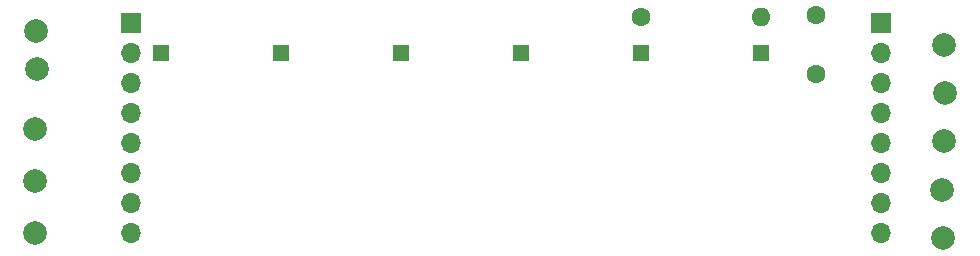
<source format=gbs>
G04 #@! TF.GenerationSoftware,KiCad,Pcbnew,6.0.9-8da3e8f707~116~ubuntu20.04.1*
G04 #@! TF.CreationDate,2022-11-07T18:31:14+00:00*
G04 #@! TF.ProjectId,slrm,736c726d-2e6b-4696-9361-645f70636258,rev?*
G04 #@! TF.SameCoordinates,Original*
G04 #@! TF.FileFunction,Soldermask,Bot*
G04 #@! TF.FilePolarity,Negative*
%FSLAX46Y46*%
G04 Gerber Fmt 4.6, Leading zero omitted, Abs format (unit mm)*
G04 Created by KiCad (PCBNEW 6.0.9-8da3e8f707~116~ubuntu20.04.1) date 2022-11-07 18:31:14*
%MOMM*%
%LPD*%
G01*
G04 APERTURE LIST*
%ADD10C,2.000000*%
%ADD11R,1.350000X1.350000*%
%ADD12C,1.600000*%
%ADD13R,1.700000X1.700000*%
%ADD14O,1.700000X1.700000*%
%ADD15O,1.600000X1.600000*%
G04 APERTURE END LIST*
D10*
X188282400Y-88177000D03*
X188307800Y-92291800D03*
X188257000Y-96355800D03*
X188130000Y-104560000D03*
X188079200Y-100470600D03*
X111419400Y-90278400D03*
X111401600Y-87041200D03*
X111300000Y-95296200D03*
X111300000Y-99766600D03*
X111300000Y-104110000D03*
D11*
X121920000Y-88900000D03*
X162560000Y-88900000D03*
D12*
X177400000Y-85690000D03*
X177400000Y-90690000D03*
D11*
X142240000Y-88900000D03*
D13*
X119380000Y-86360000D03*
D14*
X119380000Y-88900000D03*
X119380000Y-91440000D03*
X119380000Y-93980000D03*
X119380000Y-96520000D03*
X119380000Y-99060000D03*
X119380000Y-101600000D03*
X119380000Y-104140000D03*
D12*
X162585400Y-85826600D03*
D15*
X172745400Y-85826600D03*
D13*
X182880000Y-86360000D03*
D14*
X182880000Y-88900000D03*
X182880000Y-91440000D03*
X182880000Y-93980000D03*
X182880000Y-96520000D03*
X182880000Y-99060000D03*
X182880000Y-101600000D03*
X182880000Y-104140000D03*
D11*
X132080000Y-88900000D03*
X172720000Y-88900000D03*
X152400000Y-88900000D03*
M02*

</source>
